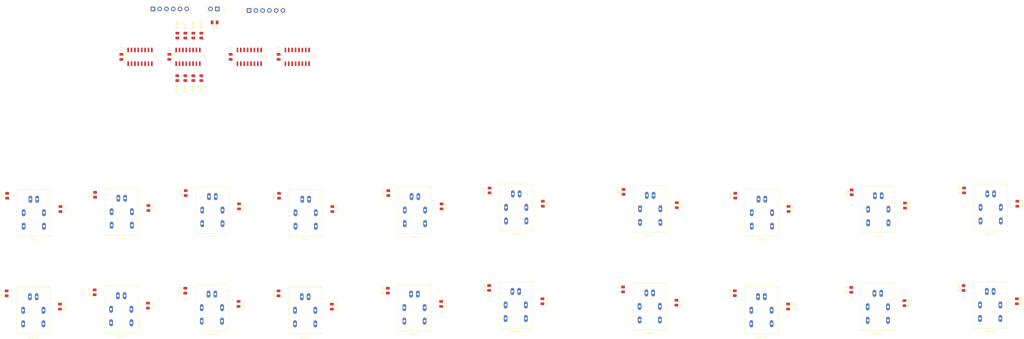
<source format=kicad_pcb>
(kicad_pcb (version 20240108) (generator "pcbnew") (generator_version "8.0")
  (layers (0 "F.Cu" signal) (31 "B.Cu" signal) (34 "B.Paste" user) (35 "F.Paste" user) (36 "B.SilkS" user "B.Silkscreen") (37 "F.SilkS" user "F.Silkscreen") (38 "B.Mask" user) (39 "F.Mask" user) (44 "Edge.Cuts" user))
  (net 0 "")
  (net 1 "+3.3V")
  (net 2 "GND")
  (net 3 "Net-(D1-A)")
  (net 4 "/Matrix/SW_C0")
  (net 5 "/Matrix/SW_C1")
  (net 6 "/Matrix/SW_C2")
  (net 7 "/Matrix/SW_C3")
  (net 8 "/Matrix/SW_C4")
  (net 9 "/Matrix/SW_C5")
  (net 10 "/Matrix/SW_C6")
  (net 11 "/Matrix/SW_C7")
  (net 12 "/SW_R_RCLK")
  (net 13 "/SW_C_SER")
  (net 14 "/SW_R_SER")
  (net 15 "/SW_R_SRCLK")
  (net 16 "/SW_C_nPL")
  (net 17 "/SW_C_CLK")
  (net 18 "/LED_R_SER")
  (net 19 "/LED_R_SRCLK")
  (net 20 "/LED_C_SER")
  (net 21 "/LED_C_RCLK")
  (net 22 "/LED_C_SRCLK")
  (net 23 "/LED_R_RCLK")
  (net 24 "Net-(R1-Pad1)")
  (net 25 "/Matrix/LED_R0")
  (net 26 "/Matrix/LED_R1")
  (net 27 "/Matrix/LED_R2")
  (net 28 "/Matrix/SW_R0")
  (net 29 "/Matrix/LED_C0")
  (net 31 "/Matrix/SW_R1")
  (net 32 "/Matrix/SW_R2")
  (net 33 "/Matrix/LED_C1")
  (net 34 "/Matrix/LED_C2")
  (net 35 "/Matrix/LED_C3")
  (net 36 "/Matrix/LED_C4")
  (net 37 "/Matrix/LED_C5")
  (net 38 "/Matrix/LED_C6")
  (net 39 "/Matrix/LED_C7")
  (net 55 "Net-(D2-A)")
  (net 56 "Net-(D3-A)")
  (net 57 "Net-(D4-A)")
  (net 58 "Net-(D5-A)")
  (net 59 "Net-(D6-A)")
  (net 60 "Net-(D7-A)")
  (net 61 "Net-(D8-A)")
  (net 62 "Net-(D9-A)")
  (net 63 "Net-(D10-A)")
  (net 64 "Net-(D11-A)")
  (net 65 "Net-(D12-A)")
  (net 66 "Net-(D13-A)")
  (net 67 "Net-(D14-A)")
  (net 68 "Net-(D15-A)")
  (net 69 "Net-(D16-A)")
  (net 70 "Net-(D17-A)")
  (net 71 "Net-(D18-A)")
  (net 72 "Net-(D19-A)")
  (net 73 "Net-(D20-A)")
  (net 74 "Net-(R2-Pad1)")
  (net 75 "Net-(R3-Pad1)")
  (net 76 "Net-(R4-Pad1)")
  (net 77 "Net-(R5-Pad1)")
  (net 78 "Net-(R6-Pad1)")
  (net 79 "Net-(R7-Pad1)")
  (net 80 "Net-(R8-Pad1)")
  (net 81 "Net-(R9-Pad1)")
  (net 82 "Net-(R10-Pad1)")
  (net 83 "Net-(R11-Pad1)")
  (net 84 "Net-(R12-Pad1)")
  (net 85 "Net-(R13-Pad1)")
  (net 86 "Net-(R14-Pad1)")
  (net 87 "Net-(R15-Pad1)")
  (net 88 "Net-(R16-Pad1)")
  (net 89 "Net-(R17-Pad1)")
  (net 90 "Net-(R18-Pad1)")
  (net 91 "Net-(R19-Pad1)")
  (net 92 "Net-(R20-Pad1)")
  (footprint "Diode_SMD:D_0805_2012Metric" (layer "F.Cu") (at 43.971191 126.45909 -90)
    (property "Reference" "D12" (at 0 -1.65 90) (layer "F.SilkS"))
    (property "Value" "D")
    (pad "1" smd roundrect (at -0.9375 0 270) (size 0.975 1.4) (layers "F.Cu" "F.Paste" "F.Mask") (net 7 "/Matrix/SW_C3"))
    (pad "2" smd roundrect (at 0.9375 0 270) (size 0.975 1.4) (layers "F.Cu" "F.Paste" "F.Mask") (net 65 "Net-(D12-A)"))
  )
  (footprint "Resistor_SMD:R_0805_2012Metric" (layer "F.Cu") (at 307.81 120.54 90)
    (property "Reference" "R19" (at 0 -1.65 90) (layer "F.SilkS"))
    (property "Value" "62")
    (pad "1" smd roundrect (at -0.9125 0 90) (size 1.025 1.4) (layers "F.Cu" "F.Paste" "F.Mask") (roundrect_rratio 0.243902) (net 91 "Net-(R19-Pad1)"))
    (pad "2" smd roundrect (at 0.9125 0 90) (size 1.025 1.4) (layers "F.Cu" "F.Paste" "F.Mask") (roundrect_rratio 0.243902) (net 27 "/Matrix/LED_R2"))
  )
  (footprint "Console:Digitast" (layer "F.Cu") (at 34.149763 91.185514)
    (property "Reference" "SW2" (at 0 10 0) (layer "F.SilkS") (effects (font (thickness 0.1))))
    (property "Value" "~")
    (pad "" np_thru_hole circle (at -3.81 7.62) (size 1.1176 1.1176) (drill 1.1176) (layers "F&B.Cu" "*.Mask"))
    (pad "" np_thru_hole circle (at 3.81 -7.62) (size 1.1176 1.1176) (drill 1.1176) (layers "F&B.Cu" "*.Mask"))
    (pad "+" thru_hole oval (at -1.27 -5.08 90) (size 2.6416 1.3208) (drill 0.8128) (layers "*.Cu" "*.Mask") (net 74 "Net-(R2-Pad1)"))
    (pad "-" thru_hole oval (at 1.27 -5.08 90) (size 2.6416 1.3208) (drill 0.8128) (layers "*.Cu" "*.Mask") (net 33 "/Matrix/LED_C1"))
    (pad "0" thru_hole oval (at -3.81 0 90) (size 2.6416 1.3208) (drill 0.8128) (layers "*.Cu" "*.Mask") (net 55 "Net-(D2-A)"))
    (pad "0" thru_hole oval (at 3.81 0 90) (size 2.6416 1.3208) (drill 0.8128) (layers "*.Cu" "*.Mask") (net 55 "Net-(D2-A)"))
    (pad "1" thru_hole oval (at -3.81 5.08 90) (size 2.6416 1.3208) (drill 0.8128) (layers "*.Cu" "*.Mask") (net 28 "/Matrix/SW_R0"))
    (pad "2" thru_hole oval (at 3.81 5.08 90) (size 2.6416 1.3208) (drill 0.8128) (layers "*.Cu" "*.Mask"))
  )
  (footprint "Console:Digitast" (layer "F.Cu") (at 317.81 126.92)
    (property "Reference" "SW19" (at 0 10 0) (layer "F.SilkS") (effects (font (thickness 0.1))))
    (property "Value" "~")
    (pad "" np_thru_hole circle (at -3.81 7.62) (size 1.1176 1.1176) (drill 1.1176) (layers "F&B.Cu" "*.Mask"))
    (pad "" np_thru_hole circle (at 3.81 -7.62) (size 1.1176 1.1176) (drill 1.1176) (layers "F&B.Cu" "*.Mask"))
    (pad "+" thru_hole oval (at -1.27 -5.08 90) (size 2.6416 1.3208) (drill 0.8128) (layers "*.Cu" "*.Mask") (net 91 "Net-(R19-Pad1)"))
    (pad "-" thru_hole oval (at 1.27 -5.08 90) (size 2.6416 1.3208) (drill 0.8128) (layers "*.Cu" "*.Mask") (net 34 "/Matrix/LED_C2"))
    (pad "0" thru_hole oval (at -3.81 0 90) (size 2.6416 1.3208) (drill 0.8128) (layers "*.Cu" "*.Mask") (net 72 "Net-(D19-A)"))
    (pad "0" thru_hole oval (at 3.81 0 90) (size 2.6416 1.3208) (drill 0.8128) (layers "*.Cu" "*.Mask") (net 72 "Net-(D19-A)"))
    (pad "1" thru_hole oval (at -3.81 5.08 90) (size 2.6416 1.3208) (drill 0.8128) (layers "*.Cu" "*.Mask") (net 32 "/Matrix/SW_R2"))
    (pad "2" thru_hole oval (at 3.81 5.08 90) (size 2.6416 1.3208) (drill 0.8128) (layers "*.Cu" "*.Mask"))
  )
  (footprint "Diode_SMD:D_0805_2012Metric" (layer "F.Cu") (at 77.971191 125.83909 -90)
    (property "Reference" "D13" (at 0 -1.65 90) (layer "F.SilkS"))
    (property "Value" "D")
    (pad "1" smd roundrect (at -0.9375 0 270) (size 0.975 1.4) (layers "F.Cu" "F.Paste" "F.Mask") (net 8 "/Matrix/SW_C4"))
    (pad "2" smd roundrect (at 0.9375 0 270) (size 0.975 1.4) (layers "F.Cu" "F.Paste" "F.Mask") (net 66 "Net-(D13-A)"))
  )
  (footprint "Connector_PinHeader_2.54mm:PinHeader_1x06_P2.54mm_Vertical" (layer "F.Cu") (at 81.92 15.575 90)
    (property "Reference" "J2" (at 0 -2.33 90) (layer "F.SilkS"))
    (property "Value" "LEDs")
    (pad "1" thru_hole rect (at 0 0 90) (size 1.7 1.7) (drill 1) (layers "*.Cu" "*.Mask") (net 18 "/LED_R_SER"))
    (pad "2" thru_hole oval (at 0 2.54 90) (size 1.7 1.7) (drill 1) (layers "*.Cu" "*.Mask") (net 23 "/LED_R_RCLK"))
    (pad "3" thru_hole oval (at 0 5.08 90) (size 1.7 1.7) (drill 1) (layers "*.Cu" "*.Mask") (net 19 "/LED_R_SRCLK"))
    (pad "4" thru_hole oval (at 0 7.62 90) (size 1.7 1.7) (drill 1) (layers "*.Cu" "*.Mask") (net 20 "/LED_C_SER"))
    (pad "5" thru_hole oval (at 0 10.16 90) (size 1.7 1.7) (drill 1) (layers "*.Cu" "*.Mask") (net 21 "/LED_C_RCLK"))
    (pad "6" thru_hole oval (at 0 12.7 90) (size 1.7 1.7) (drill 1) (layers "*.Cu" "*.Mask") (net 22 "/LED_C_SRCLK"))
  )
  (footprint "Resistor_SMD:R_0805_2012Metric" (layer "F.Cu") (at 58 25 -90)
    (property "Reference" "R27" (at -4 0 90) (layer "F.SilkS"))
    (property "Value" "10k")
    (pad "1" smd roundrect (at -0.9125 0 270) (size 1.025 1.4) (layers "F.Cu" "F.Paste" "F.Mask") (roundrect_rratio 0.243902) (net 2 "GND"))
    (pad "2" smd roundrect (at 0.9125 0 270) (size 1.025 1.4) (layers "F.Cu" "F.Paste" "F.Mask") (roundrect_rratio 0.243902) (net 6 "/Matrix/SW_C2"))
  )
  (footprint "Resistor_SMD:R_0805_2012Metric" (layer "F.Cu") (at 222.40818 83.728235 90)
    (property "Reference" "R7" (at 0 -1.65 90) (layer "F.SilkS"))
    (property "Value" "62")
    (pad "1" smd roundrect (at -0.9125 0 90) (size 1.025 1.4) (layers "F.Cu" "F.Paste" "F.Mask") (roundrect_rratio 0.243902) (net 79 "Net-(R7-Pad1)"))
    (pad "2" smd roundrect (at 0.9125 0 90) (size 1.025 1.4) (layers "F.Cu" "F.Paste" "F.Mask") (roundrect_rratio 0.243902) (net 25 "/Matrix/LED_R0"))
  )
  (footprint "Capacitor_SMD:C_0805_2012Metric" (layer "F.Cu") (at 69 20.05 180)
    (property "Reference" "C5" (at 0 -1.68 360) (layer "F.SilkS"))
    (property "Value" "4.7u")
    (pad "1" smd roundrect (at -0.95 0 180) (size 1 1.45) (layers "F.Cu" "F.Paste" "F.Mask") (net 1 "+3.3V"))
    (pad "2" smd roundrect (at 0.95 0 180) (size 1 1.45) (layers "F.Cu" "F.Paste" "F.Mask") (net 2 "GND"))
  )
  (footprint "Console:Digitast" (layer "F.Cu") (at 0.971191 128.21909)
    (property "Reference" "SW11" (at 0 10 0) (layer "F.SilkS") (effects (font (thickness 0.1))))
    (property "Value" "~")
    (pad "" np_thru_hole circle (at -3.81 7.62) (size 1.1176 1.1176) (drill 1.1176) (layers "F&B.Cu" "*.Mask"))
    (pad "" np_thru_hole circle (at 3.81 -7.62) (size 1.1176 1.1176) (drill 1.1176) (layers "F&B.Cu" "*.Mask"))
    (pad "+" thru_hole oval (at -1.27 -5.08 90) (size 2.6416 1.3208) (drill 0.8128) (layers "*.Cu" "*.Mask") (net 83 "Net-(R11-Pad1)"))
    (pad "-" thru_hole oval (at 1.27 -5.08 90) (size 2.6416 1.3208) (drill 0.8128) (layers "*.Cu" "*.Mask") (net 34 "/Matrix/LED_C2"))
    (pad "0" thru_hole oval (at -3.81 0 90) (size 2.6416 1.3208) (drill 0.8128) (layers "*.Cu" "*.Mask") (net 64 "Net-(D11-A)"))
    (pad "0" thru_hole oval (at 3.81 0 90) (size 2.6416 1.3208) (drill 0.8128) (layers "*.Cu" "*.Mask") (net 64 "Net-(D11-A)"))
    (pad "1" thru_hole oval (at -3.81 5.08 90) (size 2.6416 1.3208) (drill 0.8128) (layers "*.Cu" "*.Mask") (net 31 "/Matrix/SW_R1"))
    (pad "2" thru_hole oval (at 3.81 5.08 90) (size 2.6416 1.3208) (drill 0.8128) (layers "*.Cu" "*.Mask"))
  )
  (footprint "Resistor_SMD:R_0805_2012Metric" (layer "F.Cu") (at -8.850237 85.185514 90)
    (property "Reference" "R1" (at 0 -1.65 90) (layer "F.SilkS"))
    (property "Value" "62")
    (pad "1" smd roundrect (at -0.9125 0 90) (size 1.025 1.4) (layers "F.Cu" "F.Paste" "F.Mask") (roundrect_rratio 0.243902) (net 24 "Net-(R1-Pad1)"))
    (pad "2" smd roundrect (at 0.9125 0 90) (size 1.025 1.4) (layers "F.Cu" "F.Paste" "F.Mask") (roundrect_rratio 0.243902) (net 25 "/Matrix/LED_R0"))
  )
  (footprint "Console:Digitast" (layer "F.Cu") (at 232.40818 90.108235)
    (property "Reference" "SW7" (at 0 10 0) (layer "F.SilkS") (effects (font (thickness 0.1))))
    (property "Value" "~")
    (pad "" np_thru_hole circle (at -3.81 7.62) (size 1.1176 1.1176) (drill 1.1176) (layers "F&B.Cu" "*.Mask"))
    (pad "" np_thru_hole circle (at 3.81 -7.62) (size 1.1176 1.1176) (drill 1.1176) (layers "F&B.Cu" "*.Mask"))
    (pad "+" thru_hole oval (at -1.27 -5.08 90) (size 2.6416 1.3208) (drill 0.8128) (layers "*.Cu" "*.Mask") (net 79 "Net-(R7-Pad1)"))
    (pad "-" thru_hole oval (at 1.27 -5.08 90) (size 2.6416 1.3208) (drill 0.8128) (layers "*.Cu" "*.Mask") (net 38 "/Matrix/LED_C6"))
    (pad "0" thru_hole oval (at -3.81 0 90) (size 2.6416 1.3208) (drill 0.8128) (layers "*.Cu" "*.Mask") (net 60 "Net-(D7-A)"))
    (pad "0" thru_hole oval (at 3.81 0 90) (size 2.6416 1.3208) (drill 0.8128) (layers "*.Cu" "*.Mask") (net 60 "Net-(D7-A)"))
    (pad "1" thru_hole oval (at -3.81 5.08 90) (size 2.6416 1.3208) (drill 0.8128) (layers "*.Cu" "*.Mask") (net 28 "/Matrix/SW_R0"))
    (pad "2" thru_hole oval (at 3.81 5.08 90) (size 2.6416 1.3208) (drill 0.8128) (layers "*.Cu" "*.Mask"))
  )
  (footprint "Console:Digitast" (layer "F.Cu") (at 181.971191 126.21909)
    (property "Reference" "SW16" (at 0 10 0) (layer "F.SilkS") (effects (font (thickness 0.1))))
    (property "Value" "~")
    (pad "" np_thru_hole circle (at -3.81 7.62) (size 1.1176 1.1176) (drill 1.1176) (layers "F&B.Cu" "*.Mask"))
    (pad "" np_thru_hole circle (at 3.81 -7.62) (size 1.1176 1.1176) (drill 1.1176) (layers "F&B.Cu" "*.Mask"))
    (pad "+" thru_hole oval (at -1.27 -5.08 90) (size 2.6416 1.3208) (drill 0.8128) (layers "*.Cu" "*.Mask") (net 88 "Net-(R16-Pad1)"))
    (pad "-" thru_hole oval (at 1.27 -5.08 90) (size 2.6416 1.3208) (drill 0.8128) (layers "*.Cu" "*.Mask") (net 39 "/Matrix/LED_C7"))
    (pad "0" thru_hole oval (at -3.81 0 90) (size 2.6416 1.3208) (drill 0.8128) (layers "*.Cu" "*.Mask") (net 69 "Net-(D16-A)"))
    (pad "0" thru_hole oval (at 3.81 0 90) (size 2.6416 1.3208) (drill 0.8128) (layers "*.Cu" "*.Mask") (net 69 "Net-(D16-A)"))
    (pad "1" thru_hole oval (at -3.81 5.08 90) (size 2.6416 1.3208) (drill 0.8128) (layers "*.Cu" "*.Mask") (net 31 "/Matrix/SW_R1"))
    (pad "2" thru_hole oval (at 3.81 5.08 90) (size 2.6416 1.3208) (drill 0.8128) (layers "*.Cu" "*.Mask"))
  )
  (footprint "Diode_SMD:D_0805_2012Metric" (layer "F.Cu") (at 370.149763 88.185514 -90)
    (property "Reference" "D10" (at 0 -1.65 90) (layer "F.SilkS"))
    (property "Value" "D")
    (pad "1" smd roundrect (at -0.9375 0 270) (size 0.975 1.4) (layers "F.Cu" "F.Paste" "F.Mask") (net 5 "/Matrix/SW_C1"))
    (pad "2" smd roundrect (at 0.9375 0 270) (size 0.975 1.4) (layers "F.Cu" "F.Paste" "F.Mask") (net 63 "Net-(D10-A)"))
  )
  (footprint "Resistor_SMD:R_0805_2012Metric" (layer "F.Cu") (at 264.328335 85.151938 90)
    (property "Reference" "R8" (at 0 -1.65 90) (layer "F.SilkS"))
    (property "Value" "62")
    (pad "1" smd roundrect (at -0.9125 0 90) (size 1.025 1.4) (layers "F.Cu" "F.Paste" "F.Mask") (roundrect_rratio 0.243902) (net 80 "Net-(R8-Pad1)"))
    (pad "2" smd roundrect (at 0.9125 0 90) (size 1.025 1.4) (layers "F.Cu" "F.Paste" "F.Mask") (roundrect_rratio 0.243902) (net 25 "/Matrix/LED_R0"))
  )
  (footprint "Connector_PinHeader_2.54mm:PinHeader_1x02_P2.54mm_Vertical" (layer "F.Cu") (at 70 15 -90)
    (property "Reference" "J3" (at 0 -2.33 90) (layer "F.SilkS"))
    (property "Value" "Power")
    (pad "1" thru_hole rect (at 0 0 270) (size 1.7 1.7) (drill 1) (layers "*.Cu" "*.Mask") (net 1 "+3.3V"))
    (pad "2" thru_hole oval (at 0 2.54 270) (size 1.7 1.7) (drill 1) (layers "*.Cu" "*.Mask") (net 2 "GND"))
  )
  (footprint "Resistor_SMD:R_0805_2012Metric" (layer "F.Cu") (at 23.971191 121.45909 90)
    (property "Reference" "R12" (at 0 -1.65 90) (layer "F.SilkS"))
    (property "Value" "62")
    (pad "1" smd roundrect (at -0.9125 0 90) (size 1.025 1.4) (layers "F.Cu" "F.Paste" "F.Mask") (roundrect_rratio 0.243902) (net 84 "Net-(R12-Pad1)"))
    (pad "2" smd roundrect (at 0.9125 0 90) (size 1.025 1.4) (layers "F.Cu" "F.Paste" "F.Mask") (roundrect_rratio 0.243902) (net 26 "/Matrix/LED_R1"))
  )
  (footprint "Package_SO:SO-16_3.9x9.9mm_P1.27mm" (layer "F.Cu") (at 59 33 90)
    (property "Reference" "U4" (at 0 6 90) (layer "F.SilkS"))
    (property "Value" "74HC165")
    (pad "1" smd roundrect (at -2.575 -4.445 90) (size 1.75 0.6) (layers "F.Cu" "F.Paste" "F.Mask") (net 16 "/SW_C_nPL"))
    (pad "2" smd roundrect (at -2.575 -3.175 90) (size 1.75 0.6) (layers "F.Cu" "F.Paste" "F.Mask") (net 17 "/SW_C_CLK"))
    (pad "3" smd roundrect (at -2.575 -1.905 90) (size 1.75 0.6) (layers "F.Cu" "F.Paste" "F.Mask") (net 8 "/Matrix/SW_C4"))
    (pad "4" smd roundrect (at -2.575 -0.635 90) (size 1.75 0.6) (layers "F.Cu" "F.Paste" "F.Mask") (net 9 "/Matrix/SW_C5"))
    (pad "5" smd roundrect (at -2.575 0.635 90) (size 1.75 0.6) (layers "F.Cu" "F.Paste" "F.Mask") (net 10 "/Matrix/SW_C6"))
    (pad "6" smd roundrect (at -2.575 1.905 90) (size 1.75 0.6) (layers "F.Cu" "F.Paste" "F.Mask") (net 11 "/Matrix/SW_C7"))
    (pad "7" smd roundrect (at -2.575 3.175 90) (size 1.75 0.6) (layers "F.Cu" "F.Paste" "F.Mask"))
    (pad "8" smd roundrect (at -2.575 4.445 90) (size 1.75 0.6) (layers "F.Cu" "F.Paste" "F.Mask") (net 2 "GND"))
    (pad "9" smd roundrect (at 2.575 4.445 90) (size 1.75 0.6) (layers "F.Cu" "F.Paste" "F.Mask") (net 13 "/SW_C_SER"))
    (pad "10" smd roundrect (at 2.575 3.175 90) (size 1.75 0.6) (layers "F.Cu" "F.Paste" "F.Mask"))
    (pad "11" smd roundrect (at 2.575 1.905 90) (size 1.75 0.6) (layers "F.Cu" "F.Paste" "F.Mask") (net 4 "/Matrix/SW_C0"))
    (pad "12" smd roundrect (at 2.575 0.635 90) (size 1.75 0.6) (layers "F.Cu" "F.Paste" "F.Mask") (net 5 "/Matrix/SW_C1"))
    (pad "13" smd roundrect (at 2.575 -0.635 90) (size 1.75 0.6) (layers "F.Cu" "F.Paste" "F.Mask") (net 6 "/Matrix/SW_C2"))
    (pad "14" smd roundrect (at 2.575 -1.905 90) (size 1.75 0.6) (layers "F.Cu" "F.Paste" "F.Mask") (net 7 "/Matrix/SW_C3"))
    (pad "15" smd roundrect (at 2.575 -3.175 90) (size 1.75 0.6) (layers "F.Cu" "F.Paste" "F.Mask") (net 2 "GND"))
    (pad "16" smd roundrect (at 2.575 -4.445 90) (size 1.75 0.6) (layers "F.Cu" "F.Paste" "F.Mask") (net 1 "+3.3V"))
  )
  (footprint "Diode_SMD:D_0805_2012Metric" (layer "F.Cu") (at 44.149763 89.805514 -90)
    (property "Reference" "D2" (at 0 -1.65 90) (layer "F.SilkS"))
    (property "Value" "D")
    (pad "1" smd roundrect (at -0.9375 0 270) (size 0.975 1.4) (layers "F.Cu" "F.Paste" "F.Mask") (net 5 "/Matrix/SW_C1"))
    (pad "2" smd roundrect (at 0.9375 0 270) (size 0.975 1.4) (layers "F.Cu" "F.Paste" "F.Mask") (net 55 "Net-(D2-A)"))
  )
  (footprint "Resistor_SMD:R_0805_2012Metric" (layer "F.Cu") (at 64 25 -90)
    (property "Reference" "R25" (at -4 0 90) (layer "F.SilkS"))
    (property "Value" "10k")
    (pad "1" smd roundrect (at -0.9125 0 270) (size 1.025 1.4) (layers "F.Cu" "F.Paste" "F.Mask") (roundrect_rratio 0.243902) (net 2 "GND"))
    (pad "2" smd roundrect (at 0.9125 0 270) (size 1.025 1.4) (layers "F.Cu" "F.Paste" "F.Mask") (roundrect_rratio 0.243902) (net 4 "/Matrix/SW_C0"))
  )
  (footprint "Diode_SMD:D_0805_2012Metric" (layer "F.Cu") (at 242.40818 88.728235 -90)
    (property "Reference" "D7" (at 0 -1.65 90) (layer "F.SilkS"))
    (property "Value" "D")
    (pad "1" smd roundrect (at -0.9375 0 270) (size 0.975 1.4) (layers "F.Cu" "F.Paste" "F.Mask") (net 10 "/Matrix/SW_C6"))
    (pad "2" smd roundrect (at 0.9375 0 270) (size 0.975 1.4) (layers "F.Cu" "F.Paste" "F.Mask") (net 60 "Net-(D7-A)"))
  )
  (footprint "Console:Digitast" (layer "F.Cu") (at 103.149763 91.565514)
    (property "Reference" "SW4" (at 0 10 0) (layer "F.SilkS") (effects (font (thickness 0.1))))
    (property "Value" "~")
    (pad "" np_thru_hole circle (at -3.81 7.62) (size 1.1176 1.1176) (drill 1.1176) (layers "F&B.Cu" "*.Mask"))
    (pad "" np_thru_hole circle (at 3.81 -7.62) (size 1.1176 1.1176) (drill 1.1176) (layers "F&B.Cu" "*.Mask"))
    (pad "+" thru_hole oval (at -1.27 -5.08 90) (size 2.6416 1.3208) (drill 0.8128) (layers "*.Cu" "*.Mask") (net 76 "Net-(R4-Pad1)"))
    (pad "-" thru_hole oval (at 1.27 -5.08 90) (size 2.6416 1.3208) (drill 0.8128) (layers "*.Cu" "*.Mask") (net 35 "/Matrix/LED_C3"))
    (pad "0" thru_hole oval (at -3.81 0 90) (size 2.6416 1.3208) (drill 0.8128) (layers "*.Cu" "*.Mask") (net 57 "Net-(D4-A)"))
    (pad "0" thru_hole oval (at 3.81 0 90) (size 2.6416 1.3208) (drill 0.8128) (layers "*.Cu" "*.Mask") (net 57 "Net-(D4-A)"))
    (pad "1" thru_hole oval (at -3.81 5.08 90) (size 2.6416 1.3208) (drill 0.8128) (layers "*.Cu" "*.Mask") (net 28 "/Matrix/SW_R0"))
    (pad "2" thru_hole oval (at 3.81 5.08 90) (size 2.6416 1.3208) (drill 0.8128) (layers "*.Cu" "*.Mask"))
  )
  (footprint "Diode_SMD:D_0805_2012Metric" (layer "F.Cu") (at 191.971191 124.83909 -90)
    (property "Reference" "D16" (at 0 -1.65 90) (layer "F.SilkS"))
    (property "Value" "D")
    (pad "1" smd roundrect (at -0.9375 0 270) (size 0.975 1.4) (layers "F.Cu" "F.Paste" "F.Mask") (net 11 "/Matrix/SW_C7"))
    (pad "2" smd roundrect (at 0.9375 0 270) (size 0.975 1.4) (layers "F.Cu" "F.Paste" "F.Mask") (net 69 "Net-(D16-A)"))
  )
  (footprint "Console:Digitast" (layer "F.Cu") (at 182.149763 89.565514)
    (property "Reference" "SW6" (at 0 10 0) (layer "F.SilkS") (effects (font (thickness 0.1))))
    (property "Value" "~")
    (pad "" np_thru_hole circle (at -3.81 7.62) (size 1.1176 1.1176) (drill 1.1176) (layers "F&B.Cu" "*.Mask"))
    (pad "" np_thru_hole circle (at 3.81 -7.62) (size 1.1176 1.1176) (drill 1.1176) (layers "F&B.Cu" "*.Mask"))
    (pad "+" thru_hole oval (at -1.27 -5.08 90) (size 2.6416 1.3208) (drill 0.8128) (layers "*.Cu" "*.Mask") (net 78 "Net-(R6-Pad1)"))
    (pad "-" thru_hole oval (at 1.27 -5.08 90) (size 2.6416 1.3208) (drill 0.8128) (layers "*.Cu" "*.Mask") (net 37 "/Matrix/LED_C5"))
    (pad "0" thru_hole oval (at -3.81 0 90) (size 2.6416 1.3208) (drill 0.8128) (layers "*.Cu" "*.Mask") (net 59 "Net-(D6-A)"))
    (pad "0" thru_hole oval (at 3.81 0 90) (size 2.6416 1.3208) (drill 0.8128) (layers "*.Cu" "*.Mask") (net 59 "Net-(D6-A)"))
    (pad "1" thru_hole oval (at -3.81 5.08 90) (size 2.6416 1.3208) (drill 0.8128) (layers "*.Cu" "*.Mask") (net 28 "/Matrix/SW_R0"))
    (pad "2" thru_hole oval (at 3.81 5.08 90) (size 2.6416 1.3208) (drill 0.8128) (layers "*.Cu" "*.Mask"))
  )
  (footprint "Console:Digitast" (layer "F.Cu") (at 274.328335 91.531938)
    (property "Reference" "SW8" (at 0 10 0) (layer "F.SilkS") (effects (font (thickness 0.1))))
    (property "Value" "~")
    (pad "" np_thru_hole circle (at -3.81 7.62) (size 1.1176 1.1176) (drill 1.1176) (layers "F&B.Cu" "*.Mask"))
    (pad "" np_thru_hole circle (at 3.81 -7.62) (size 1.1176 1.1176) (drill 1.1176) (layers "F&B.Cu" "*.Mask"))
    (pad "+" thru_hole oval (at -1.27 -5.08 90) (size 2.6416 1.3208) (drill 0.8128) (layers "*.Cu" "*.Mask") (net 80 "Net-(R8-Pad1)"))
    (pad "-" thru_hole oval (at 1.27 -5.08 90) (size 2.6416 1.3208) (drill 0.8128) (layers "*.Cu" "*.Mask") (net 39 "/Matrix/LED_C7"))
    (pad "0" thru_hole oval (at -3.81 0 90) (size 2.6416 1.3208) (drill 0.8128) (layers "*.Cu" "*.Mask") (net 61 "Net-(D8-A)"))
    (pad "0" thru_hole oval (at 3.81 0 90) (size 2.6416 1.3208) (drill 0.8128) (layers "*.Cu" "*.Mask") (net 61 "Net-(D8-A)"))
    (pad "1" thru_hole oval (at -3.81 5.08 90) (size 2.6416 1.3208) (drill 0.8128) (layers "*.Cu" "*.Mask") (net 28 "/Matrix/SW_R0"))
    (pad "2" thru_hole oval (at 3.81 5.08 90) (size 2.6416 1.3208) (drill 0.8128) (layers "*.Cu" "*.Mask"))
  )
  (footprint "Resistor_SMD:R_0805_2012Metric" (layer "F.Cu") (at 222.229608 120.381811 90)
    (property "Reference" "R17" (at 0 -1.65 90) (layer "F.SilkS"))
    (property "Value" "62")
    (pad "1" smd roundrect (at -0.9125 0 90) (size 1.025 1.4) (layers "F.Cu" "F.Paste" "F.Mask") (roundrect_rratio 0.243902) (net 89 "Net-(R17-Pad1)"))
    (pad "2" smd roundrect (at 0.9125 0 90) (size 1.025 1.4) (layers "F.Cu" "F.Paste" "F.Mask") (roundrect_rratio 0.243902) (net 27 "/Matrix/LED_R2"))
  )
  (footprint "Capacitor_SMD:C_0805_2012Metric" (layer "F.Cu") (at 75 33 -90)
    (property "Reference" "C2" (at -3 0 90) (layer "F.SilkS"))
    (property "Value" "100n")
    (pad "1" smd roundrect (at -0.95 0 270) (size 1 1.45) (layers "F.Cu" "F.Paste" "F.Mask") (net 1 "+3.3V"))
    (pad "2" smd roundrect (at 0.95 0 270) (size 1 1.45) (layers "F.Cu" "F.Paste" "F.Mask") (net 2 "GND"))
  )
  (footprint "Console:Digitast" (layer "F.Cu") (at 360.149763 89.565514)
    (property "Reference" "SW10" (at 0 10 0) (layer "F.SilkS") (effects (font (thickness 0.1))))
    (property "Value" "~")
    (pad "" np_thru_hole circle (at -3.81 7.62) (size 1.1176 1.1176) (drill 1.1176) (layers "F&B.Cu" "*.Mask"))
    (pad "" np_thru_hole circle (at 3.81 -7.62) (size 1.1176 1.1176) (drill 1.1176) (layers "F&B.Cu" "*.Mask"))
    (pad "+" thru_hole oval (at -1.27 -5.08 90) (size 2.6416 1.3208) (drill 0.8128) (layers "*.Cu" "*.Mask") (net 82 "Net-(R10-Pad1)"))
    (pad "-" thru_hole oval (at 1.27 -5.08 90) (size 2.6416 1.3208) (drill 0.8128) (layers "*.Cu" "*.Mask") (net 33 "/Matrix/LED_C1"))
    (pad "0" thru_hole oval (at -3.81 0 90) (size 2.6416 1.3208) (drill 0.8128) (layers "*.Cu" "*.Mask") (net 63 "Net-(D10-A)"))
    (pad "0" thru_hole oval (at 3.81 0 90) (size 2.6416 1.3208) (drill 0.8128) (layers "*.Cu" "*.Mask") (net 63 "Net-(D10-A)"))
    (pad "1" thru_hole oval (at -3.81 5.08 90) (size 2.6416 1.3208) (drill 0.8128) (layers "*.Cu" "*.Mask") (net 31 "/Matrix/SW_R1"))
    (pad "2" thru_hole oval (at 3.81 5.08 90) (size 2.6416 1.3208) (drill 0.8128) (layers "*.Cu" "*.Mask"))
  )
  (footprint "Console:Digitast" (layer "F.Cu") (at 232.229608 126.761811)
    (property "Reference" "SW17" (at 0 10 0) (layer "F.SilkS") (effects (font (thickness 0.1))))
    (property "Value" "~")
    (pad "" np_thru_hole circle (at -3.81 7.62) (size 1.1176 1.1176) (drill 1.1176) (layers "F&B.Cu" "*.Mask"))
    (pad "" np_thru_hole circle (at 3.81 -7.62) (size 1.1176 1.1176) (drill 1.1176) (layers "F&B.Cu" "*.Mask"))
    (pad "+" thru_hole oval (at -1.27 -5.08 90) (size 2.6416 1.3208) (drill 0.8128) (layers "*.Cu" "*.Mask") (net 89 "Net-(R17-Pad1)"))
    (pad "-" thru_hole oval (at 1.27 -5.08 90) (size 2.6416 1.3208) (drill 0.8128) (layers "*.Cu" "*.Mask") (net 29 "/Matrix/LED_C0"))
    (pad "0" thru_hole oval (at -3.81 0 90) (size 2.6416 1.3208) (drill 0.8128) (layers "*.Cu" "*.Mask") (net 70 "Net-(D17-A)"))
    (pad "0" thru_hole oval (at 3.81 0 90) (size 2.6416 1.3208) (drill 0.8128) (layers "*.Cu" "*.Mask") (net 70 "Net-(D17-A)"))
    (pad "1" thru_hole oval (at -3.81 5.08 90) (size 2.6416 1.3208) (drill 0.8128) (layers "*.Cu" "*.Mask") (net 32 "/Matrix/SW_R2"))
    (pad "2" thru_hole oval (at 3.81 5.08 90) (size 2.6416 1.3208) (drill 0.8128) (layers "*.Cu" "*.Mask"))
  )
  (footprint "Resistor_SMD:R_0805_2012Metric" (layer "F.Cu") (at 57.971191 120.83909 90)
    (property "Reference" "R13" (at 0 -1.65 90) (layer "F.SilkS"))
    (property "Value" "62")
    (pad "1" smd roundrect (at -0.9125 0 90) (size 1.025 1.4) (layers "F.Cu" "F.Paste" "F.Mask") (roundrect_rratio 0.243902) (net 85 "Net-(R13-Pad1)"))
    (pad "2" smd roundrect (at 0.9125 0 90) (size 1.025 1.4) (layers "F.Cu" "F.Paste" "F.Mask") (roundrect_rratio 0.243902) (net 26 "/Matrix/LED_R1"))
  )
  (footprint "Resistor_SMD:R_0805_2012Metric" (layer "F.Cu") (at 64 41 90)
    (property "Reference" "R32" (at -4 0 90) (layer "F.SilkS"))
    (property "Value" "10k")
    (pad "1" smd roundrect (at -0.9125 0 90) (size 1.025 1.4) (layers "F.Cu" "F.Paste" "F.Mask") (roundrect_rratio 0.243902) (net 2 "GND"))
    (pad "2" smd roundrect (at 0.9125 0 90) (size 1.025 1.4) (layers "F.Cu" "F.Paste" "F.Mask") (roundrect_rratio 0.243902) (net 11 "/Matrix/SW_C7"))
  )
  (footprint "Diode_SMD:D_0805_2012Metric" (layer "F.Cu") (at 284.149763 126.805514 -90)
    (property "Reference" "D18" (at 0 -1.65 90) (layer "F.SilkS"))
    (property "Value" "D")
    (pad "1" smd roundrect (at -0.9375 0 270) (size 0.975 1.4) (layers "F.Cu" "F.Paste" "F.Mask") (net 5 "/Matrix/SW_C1"))
    (pad "2" smd roundrect (at 0.9375 0 270) (size 0.975 1.4) (layers "F.Cu" "F.Paste" "F.Mask") (net 71 "Net-(D18-A)"))
  )
  (footprint "Package_SO:SO-16_3.9x9.9mm_P1.27mm" (layer "F.Cu") (at 82 33 90)
    (property "Reference" "U2" (at 0 6 90) (layer "F.SilkS"))
    (property "Value" "74HC595")
    (pad "1" smd roundrect (at -2.575 -4.445 90) (size 1.75 0.6) (layers "F.Cu" "F.Paste" "F.Mask") (net 26 "/Matrix/LED_R1"))
    (pad "2" smd roundrect (at -2.575 -3.175 90) (size 1.75 0.6) (layers "F.Cu" "F.Paste" "F.Mask") (net 27 "/Matrix/LED_R2"))
    (pad "3" smd roundrect (at -2.575 -1.905 90) (size 1.75 0.6) (layers "F.Cu" "F.Paste" "F.Mask"))
    (pad "4" smd roundrect (at -2.575 -0.635 90) (size 1.75 0.6) (layers "F.Cu" "F.Paste" "F.Mask"))
    (pad "5" smd roundrect (at -2.575 0.635 90) (size 1.75 0.6) (layers "F.Cu" "F.Paste" "F.Mask"))
    (pad "6" smd roundrect (at -2.575 1.905 90) (size 1.75 0.6) (layers "F.Cu" "F.Paste" "F.Mask"))
    (pad "7" smd roundrect (at -2.575 3.175 90) (size 1.75 0.6) (layers "F.Cu" "F.Paste" "F.Mask"))
    (pad "8" smd roundrect (at -2.575 4.445 90) (size 1.75 0.6) (layers "F.Cu" "F.Paste" "F.Mask") (net 2 "GND"))
    (pad "9" smd roundrect (at 2.575 4.445 90) (size 1.75 0.6) (layers "F.Cu" "F.Paste" "F.Mask"))
    (pad "10" smd roundrect (at 2.575 3.175 90) (size 1.75 0.6) (layers "F.Cu" "F.Paste" "F.Mask") (net 1 "+3.3V"))
    (pad "11" smd roundrect (at 2.575 1.905 90) (size 1.75 0.6) (layers "F.Cu" "F.Paste" "F.Mask") (net 19 "/LED_R_SRCLK"))
    (pad "12" smd roundrect (at 2.575 0.635 90) (size 1.75 0.6) (layers "F.Cu" "F.Paste" "F.Mask") (net 23 "/LED_R_RCLK"))
    (pad "13" smd roundrect (at 2.575 -0.635 90) (size 1.75 0.6) (layers "F.Cu" "F.Paste" "F.Mask") (net 2 "GND"))
    (pad "14" smd roundrect (at 2.575 -1.905 90) (size 1.75 0.6) (layers "F.Cu" "F.Paste" "F.Mask") (net 18 "/LED_R_SER"))
    (pad "15" smd roundrect (at 2.575 -3.175 90) (size 1.75 0.6) (layers "F.Cu" "F.Paste" "F.Mask") (net 25 "/Matrix/LED_R0"))
    (pad "16" smd roundrect (at 2.575 -4.445 90) (size 1.75 0.6) (layers "F.Cu" "F.Paste" "F.Mask") (net 1 "+3.3V"))
  )
  (footprint "Console:Digitast" (layer "F.Cu") (at 144.149763 90.565514)
    (property "Reference" "SW5" (at 0 10 0) (layer "F.SilkS") (effects (font (thickness 0.1))))
    (property "Value" "~")
    (pad "" np_thru_hole circle (at -3.81 7.62) (size 1.1176 1.1176) (drill 1.1176) (layers "F&B.Cu" "*.Mask"))
    (pad "" np_thru_hole circle (at 3.81 -7.62) (size 1.1176 1.1176) (drill 1.1176) (layers "F&B.Cu" "*.Mask"))
    (pad "+" thru_hole oval (at -1.27 -5.08 90) (size 2.6416 1.3208) (drill 0.8128) (layers "*.Cu" "*.Mask") (net 77 "Net-(R5-Pad1)"))
    (pad "-" thru_hole oval (at 1.27 -5.08 90) (size 2.6416 1.3208) (drill 0.8128) (layers "*.Cu" "*.Mask") (net 36 "/Matrix/LED_C4"))
    (pad "0" thru_hole oval (at -3.81 0 90) (size 2.6416 1.3208) (drill 0.8128) (layers "*.Cu" "*.Mask") (net 58 "Net-(D5-A)"))
    (pad "0" thru_hole oval (at 3.81 0 90) (size 2.6416 1.3208) (drill 0.8128) (layers "*.Cu" "*.Mask") (net 58 "Net-(D5-A)"))
    (pad "1" thru_hole oval (at -3.81 5.08 90) (size 2.6416 1.3208) (drill 0.8128) (layers "*.Cu" "*.Mask") (net 28 "/Matrix/SW_R0"))
    (pad "2" thru_hole oval (at 3.81 5.08 90) (size 2.6416 1.3208) (drill 0.8128) (layers "*.Cu" "*.Mask"))
  )
  (footprint "Diode_SMD:D_0805_2012Metric" (layer "F.Cu") (at 327.988572 88.886424 -90)
    (property "Reference" "D9" (at 0 -1.65 90) (layer "F.SilkS"))
    (property "Value" "D")
    (pad "1" smd roundrect (at -0.9375 0 270) (size 0.975 1.4) (layers "F.Cu" "F.Paste" "F.Mask") (net 4 "/Matrix/SW_C0"))
    (pad "2" smd roundrect (at 0.9375 0 270) (size 0.975 1.4) (layers "F.Cu" "F.Paste" "F.Mask") (net 62 "Net-(D9-A)"))
  )
  (footprint "Resistor_SMD:R_0805_2012Metric" (layer "F.Cu") (at 134.149763 84.185514 90)
    (property "Reference" "R5" (at 0 -1.65 90) (layer "F.SilkS"))
    (property "Value" "62")
    (pad "1" smd roundrect (at -0.9125 0 90) (size 1.025 1.4) (layers "F.Cu" "F.Paste" "F.Mask") (roundrect_rratio 0.243902) (net 77 "Net-(R5-Pad1)"))
    (pad "2" smd roundrect (at 0.9125 0 90) (size 1.025 1.4) (layers "F.Cu" "F.Paste" "F.Mask") (roundrect_rratio 0.243902) (net 25 "/Matrix/LED_R0"))
  )
  (footprint "Resistor_SMD:R_0805_2012Metric" (layer "F.Cu") (at 61 25 -90)
    (property "Reference" "R26" (at -4 0 90) (layer "F.SilkS"))
    (property "Value" "10k")
    (pad "1" smd roundrect (at -0.9125 0 270) (size 1.025 1.4) (layers "F.Cu" "F.Paste" "F.Mask") (roundrect_rratio 0.243902) (net 2 "GND"))
    (pad "2" smd roundrect (at 0.9125 0 270) (size 1.025 1.4) (layers "F.Cu" "F.Paste" "F.Mask") (roundrect_rratio 0.243902) (net 5 "/Matrix/SW_C1"))
  )
  (footprint "Resistor_SMD:R_0805_2012Metric" (layer "F.Cu") (at 133.971191 120.83909 90)
    (property "Reference" "R15" (at 0 -1.65 90) (layer "F.SilkS"))
    (property "Value" "62")
    (pad "1" smd roundrect (at -0.9125 0 90) (size 1.025 1.4) (layers "F.Cu" "F.Paste" "F.Mask") (roundrect_rratio 0.243902) (net 87 "Net-(R15-Pad1)"))
    (pad "2" smd roundrect (at 0.9125 0 90) (size 1.025 1.4) (layers "F.Cu" "F.Paste" "F.Mask") (roundrect_rratio 0.243902) (net 26 "/Matrix/LED_R1"))
  )
  (footprint "Resistor_SMD:R_0805_2012Metric" (layer "F.Cu") (at 350.149763 83.185514 90)
    (property "Reference" "R10" (at 0 -1.65 90) (layer "F.SilkS"))
    (property "Value" "62")
    (pad "1" smd roundrect (at -0.9125 0 90) (size 1.025 1.4) (layers "F.Cu" "F.Paste" "F.Mask") (roundrect_rratio 0.243902) (net 82 "Net-(R10-Pad1)"))
    (pad "2" smd roundrect (at 0.9125 0 90) (size 1.025 1.4) (layers "F.Cu" "F.Paste" "F.Mask") (roundrect_rratio 0.243902) (net 26 "/Matrix/LED_R1"))
  )
  (footprint "Console:Digitast" (layer "F.Cu") (at 143.971191 127.21909)
    (property "Reference" "SW15" (at 0 10 0) (layer "F.SilkS") (effects (font (thickness 0.1))))
    (property "Value" "~")
    (pad "" np_thru_hole circle (at -3.81 7.62) (size 1.1176 1.1176) (drill 1.1176) (layers "F&B.Cu" "*.Mask"))
    (pad "" np_thru_hole circle (at 3.81 -7.62) (size 1.1176 1.1176) (drill 1.1176) (layers "F&B.Cu" "*.Mask"))
    (pad "+" thru_hole oval (at -1.27 -5.08 90) (size 2.6416 1.3208) (drill 0.8128) (layers "*.Cu" "*.Mask") (net 87 "Net-(R15-Pad1)"))
    (pad "-" thru_hole oval (at 1.27 -5.08 90) (size 2.6416 1.3208) (drill 0.8128) (layers "*.Cu" "*.Mask") (net 38 "/Matrix/LED_C6"))
    (pad "0" thru_hole oval (at -3.81 0 90) (size 2.6416 1.3208) (drill 0.8128) (layers "*.Cu" "*.Mask") (net 68 "Net-(D15-A)"))
    (pad "0" thru_hole oval (at 3.81 0 90) (size 2.6416 1.3208) (drill 0.8128) (layers "*.Cu" "*.Mask") (net 68 "Net-(D15-A)"))
    (pad "1" thru_hole oval (at -3.81 5.08 90) (size 2.6416 1.3208) (drill 0.8128) (layers "*.Cu" "*.Mask") (net 31 "/Matrix/SW_R1"))
    (pad "2" thru_hole oval (at 3.81 5.08 90) (size 2.6416 1.3208) (drill 0.8128) (layers "*.Cu" "*.Mask"))
  )
  (footprint "Console:Digitast" (layer "F.Cu") (at 102.971191 128.21909)
    (property "Reference" "SW14" (at 0 10 0) (layer "F.SilkS") (effects (font (thickness 0.1))))
    (property "Value" "~")
    (pad "" np_thru_hole circle (at -3.81 7.62) (size 1.1176 1.1176) (drill 1.1176) (layers "F&B.Cu" "*.Mask"))
    (pad "" np_thru_hole circle (at 3.81 -7.62) (size 1.1176 1.1176) (drill 1.1176) (layers "F&B.Cu" "*.Mask"))
    (pad "+" thru_hole oval (at -1.27 -5.08 90) (size 2.6416 1.3208) (drill 0.8128) (layers "*.Cu" "*.Mask") (net 86 "Net-(R14-Pad1)"))
    (pad "-" thru_hole oval (at 1.27 -5.08 90) (size 2.6416 1.3208) (drill 0.8128) (layers "*.Cu" "*.Mask") (net 37 "/Matrix/LED_C5"))
    (pad "0" thru_hole oval (at -3.81 0 90) (size 2.6416 1.3208) (drill 0.8128) (layers "*.Cu" "*.Mask") (net 67 "Net-(D14-A)"))
    (pad "0" thru_hole oval (at 3.81 0 90) (size 2.6416 1.3208) (drill 0.8128) (layers "*.Cu" "*.Mask") (net 67 "Net-(D14-A)"))
    (pad "1" thru_hole oval (at -3.81 5.08 90) (size 2.6416 1.3208) (drill 0.8128) (layers "*.Cu" "*.Mask") (net 31 "/Matrix/SW_R1"))
    (pad "2" thru_hole oval (at 3.81 5.08 90) (size 2.6416 1.3208) (drill 0.8128) (layers "*.Cu" "*.Mask"))
  )
  (footprint "Diode_SMD:D_0805_2012Metric" (layer "F.Cu") (at 242.229608 125.381811 -90)
    (property "Reference" "D17" (at 0 -1.65 90) (layer "F.SilkS"))
    (property "Value" "D")
    (pad "1" smd roundrect (at -0.9375 0 270) (size 0.975 1.4) (layers "F.Cu" "F.Paste" "F.Mask") (net 4 "/Matrix/SW_C0"))
    (pad "2" smd roundrect (at 0.9375 0 270) (size 0.975 1.4) (layers "F.Cu" "F.Paste" "F.Mask") (net 70 "Net-(D17-A)"))
  )
  (footprint "Diode_SMD:D_0805_2012Metric" (layer "F.Cu") (at 113.149763 90.185514 -90)
    (property "Reference" "D4" (at 0 -1.65 90) (layer "F.SilkS"))
    (property "Value" "D")
    (pad "1" smd roundrect (at -0.9375 0 270) (size 0.975 1.4) (layers "F.Cu" "F.Paste" "F.Mask") (net 7 "/Matrix/SW_C3"))
    (pad "2" smd roundrect (at 0.9375 0 270) (size 0.975 1.4) (layers "F.Cu" "F.Paste" "F.Mask") (net 57 "Net-(D4-A)"))
  )
  (footprint "Package_SO:SO-16_3.9x9.9mm_P1.27mm" (layer "F.Cu") (at 41 33 90)
    (property "Reference" "U3" (at 0 6 90) (layer "F.SilkS"))
    (property "Value" "74HC595")
    (pad "1" smd roundrect (at -2.575 -4.445 90) (size 1.75 0.6) (layers "F.Cu" "F.Paste" "F.Mask") (net 31 "/Matrix/SW_R1"))
    (pad "2" smd roundrect (at -2.575 -3.175 90) (size 1.75 0.6) (layers "F.Cu" "F.Paste" "F.Mask") (net 32 "/Matrix/SW_R2"))
    (pad "3" smd roundrect (at -2.575 -1.905 90) (size 1.75 0.6) (layers "F.Cu" "F.Paste" "F.Mask"))
    (pad "4" smd roundrect (at -2.575 -0.635 90) (size 1.75 0.6) (layers "F.Cu" "F.Paste" "F.Mask"))
    (pad "5" smd roundrect (at -2.575 0.635 90) (size 1.75 0.6) (layers "F.Cu" "F.Paste" "F.Mask"))
    (pad "6" smd roundrect (at -2.575 1.905 90) (size 1.75 0.6) (layers "F.Cu" "F.Paste" "F.Mask"))
    (pad "7" smd roundrect (at -2.575 3.175 90) (size 1.75 0.6) (layers "F.Cu" "F.Paste" "F.Mask"))
    (pad "8" smd roundrect (at -2.575 4.445 90) (size 1.75 0.6) (layers "F.Cu" "F.Paste" "F.Mask") (net 2 "GND"))
    (pad "9" smd roundrect (at 2.575 4.445 90) (size 1.75 0.6) (layers "F.Cu" "F.Paste" "F.Mask"))
    (pad "10" smd roundrect (at 2.575 3.175 90) (size 1.75 0.6) (layers "F.Cu" "F.Paste" "F.Mask") (net 1 "+3.3V"))
    (pad "11" smd roundrect (at 2.575 1.905 90) (size 1.75 0.6) (layers "F.Cu" "F.Paste" "F.Mask") (net 15 "/SW_R_SRCLK"))
    (pad "12" smd roundrect (at 2.575 0.635 90) (size 1.75 0.6) (layers "F.Cu" "F.Paste" "F.Mask") (net 12 "/SW_R_RCLK"))
    (pad "13" smd roundrect (at 2.575 -0.635 90) (size 1.75 0.6) (layers "F.Cu" "F.Paste" "F.Mask") (net 2 "GND"))
    (pad "14" smd roundrect (at 2.575 -1.905 90) (size 1.75 0.6) (layers "F.Cu" "F.Paste" "F.Mask") (net 14 "/SW_R_SER"))
    (pad "15" smd roundrect (at 2.575 -3.175 90) (size 1.75 0.6) (layers "F.Cu" "F.Paste" "F.Mask") (net 28 "/Matrix/SW_R0"))
    (pad "16" smd roundrect (at 2.575 -4.445 90) (size 1.75 0.6) (layers "F.Cu" "F.Paste" "F.Mask") (net 1 "+3.3V"))
  )
  (footprint "Resistor_SMD:R_0805_2012Metric" (layer "F.Cu") (at 58 41 90)
    (property "Reference" "R30" (at -4 0 90) (layer "F.SilkS"))
    (property "Value" "10k")
    (pad "1" smd roundrect (at -0.9125 0 90) (size 1.025 1.4) (layers "F.Cu" "F.Paste" "F.Mask") (roundrect_rratio 0.243902) (net 2 "GND"))
    (pad "2" smd roundrect (at 0.9125 0 90) (size 1.025 1.4) (layers "F.Cu" "F.Paste" "F.Mask") (roundrect_rratio 0.243902) (net 9 "/Matrix/SW_C5"))
  )
  (footprint "Console:Digitast" (layer "F.Cu") (at 33.971191 127.83909)
    (property "Reference" "SW12" (at 0 10 0) (layer "F.SilkS") (effects (font (thickness 0.1))))
    (property "Value" "~")
    (pad "" np_thru_hole circle (at -3.81 7.62) (size 1.1176 1.1176) (drill 1.1176) (layers "F&B.Cu" "*.Mask"))
    (pad "" np_thru_hole circle (at 3.81 -7.62) (size 1.1176 1.1176) (drill 1.1176) (layers "F&B.Cu" "*.Mask"))
    (pad "+" thru_hole oval (at -1.27 -5.08 90) (size 2.6416 1.3208) (drill 0.8128) (layers "*.Cu" "*.Mask") (net 84 "Net-(R12-Pad1)"))
    (pad "-" thru_hole oval (at 1.27 -5.08 90) (size 2.6416 1.3208) (drill 0.8128) (layers "*.Cu" "*.Mask") (net 35 "/Matrix/LED_C3"))
    (pad "0" thru_hole oval (at -3.81 0 90) (size 2.6416 1.3208) (drill 0.8128) (layers "*.Cu" "*.Mask") (net 65 "Net-(D12-A)"))
    (pad "0" thru_hole oval (at 3.81 0 90) (size 2.6416 1.3208) (drill 0.8128) (layers "*.Cu" "*.Mask") (net 65 "Net-(D12-A)"))
    (pad "1" thru_hole oval (at -3.81 5.08 90) (size 2.6416 1.3208) (drill 0.8128) (layers "*.Cu" "*.Mask") (net 31 "/Matrix/SW_R1"))
    (pad "2" thru_hole oval (at 3.81 5.08 90) (size 2.6416 1.3208) (drill 0.8128) (layers "*.Cu" "*.Mask"))
  )
  (footprint "Resistor_SMD:R_0805_2012Metric" (layer "F.Cu") (at 55 25 -90)
    (property "Reference" "R28" (at -4 0 90) (layer "F.SilkS"))
    (property "Value" "10k")
    (pad "1" smd roundrect (at -0.9125 0 270) (size 1.025 1.4) (layers "F.Cu" "F.Paste" "F.Mask") (roundrect_rratio 0.243902) (net 2 "GND"))
    (pad "2" smd roundrect (at 0.9125 0 270) (size 1.025 1.4) (layers "F.Cu" "F.Paste" "F.Mask") (roundrect_rratio 0.243902) (net 7 "/Matrix/SW_C3"))
  )
  (footprint "Resistor_SMD:R_0805_2012Metric" (layer "F.Cu") (at 61 41 90)
    (property "Reference" "R31" (at -4 0 90) (layer "F.SilkS"))
    (property "Value" "10k")
    (pad "1" smd roundrect (at -0.9125 0 90) (size 1.025 1.4) (layers "F.Cu" "F.Paste" "F.Mask") (roundrect_rratio 0.243902) (net 2 "GND"))
    (pad "2" smd roundrect (at 0.9125 0 90) (size 1.025 1.4) (layers "F.Cu" "F.Paste" "F.Mask") (roundrect_rratio 0.243902) (net 10 "/Matrix/SW_C6"))
  )
  (footprint "Diode_SMD:D_0805_2012Metric" (layer "F.Cu") (at 10.971191 126.83909 -90)
    (property "Reference" "D11" (at 0 -1.65 90) (layer "F.SilkS"))
    (property "Value" "D")
    (pad "1" smd roundrect (at -0.9375 0 270) (size 0.975 1.4) (layers "F.Cu" "F.Paste" "F.Mask") (net 6 "/Matrix/SW_C2"))
    (pad "2" smd roundrect (at 0.9375 0 270) (size 0.975 1.4) (layers "F.Cu" "F.Paste" "F.Mask") (net 64 "Net-(D11-A)"))
  )
  (footprint "Console:Digitast" (layer "F.Cu") (at 67.971191 127.21909)
    (property "Reference" "SW13" (at 0 10 0) (layer "F.SilkS") (effects (font (thickness 0.1))))
    (property "Value" "~")
    (pad "" np_thru_hole circle (at -3.81 7.62) (size 1.1176 1.1176) (drill 1.1176) (layers "F&B.Cu" "*.Mask"))
    (pad "" np_thru_hole circle (at 3.81 -7.62) (size 1.1176 1.1176) (drill 1.1176) (layers "F&B.Cu" "*.Mask"))
    (pad "+" thru_hole oval (at -1.27 -5.08 90) (size 2.6416 1.3208) (drill 0.8128) (layers "*.Cu" "*.Mask") (net 85 "Net-(R13-Pad1)"))
    (pad "-" thru_hole oval (at 1.27 -5.08 90) (size 2.6416 1.3208) (drill 0.8128) (layers "*.Cu" "*.Mask") (net 36 "/Matrix/LED_C4"))
    (pad "0" thru_hole oval (at -3.81 0 90) (size 2.6416 1.3208) (drill 0.8128) (layers "*.Cu" "*.Mask") (net 66 "Net-(D13-A)"))
    (pad "0" thru_hole oval (at 3.81 0 90) (size 2.6416 1.3208) (drill 0.8128) (layers "*.Cu" "*.Mask") (net 66 "Net-(D13-A)"))
    (pad "1" thru_hole oval (at -3.81 5.08 90) (size 2.6416 1.3208) (drill 0.8128) (layers "*.Cu" "*.Mask") (net 31 "/Matrix/SW_R1"))
    (pad "2" thru_hole oval (at 3.81 5.08 90) (size 2.6416 1.3208) (drill 0.8128) (layers "*.Cu" "*.Mask"))
  )
  (footprint "Capacitor_SMD:C_0805_2012Metric" (layer "F.Cu") (at 34 33 -90)
    (property "Reference" "C3" (at -3 0 90) (layer "F.SilkS"))
    (property "Value" "100n")
    (pad "1" smd roundrect (at -0.95 0 270) (size 1 1.45) (layers "F.Cu" "F.Paste" "F.Mask") (net 1 "+3.3V"))
    (pad "2" smd roundrect (at 0.95 0 270) (size 1 1.45) (layers "F.Cu" "F.Paste" "F.Mask") (net 2 "GND"))
  )
  (footprint "Console:Digitast" (layer "F.Cu") (at 1.149763 91.565514)
    (property "Reference" "SW1" (at 0 10 0) (layer "F.SilkS") (effects (font (thickness 0.1))))
    (property "Value" "~")
    (pad "" np_thru_hole circle (at -3.81 7.62) (size 1.1176 1.1176) (drill 1.1176) (layers "*.Cu" "*.Mask"))
    (pad "" np_thru_hole circle (at 3.81 -7.62) (size 1.1176 1.1176) (drill 1.1176) (layers "*.Cu" "*.Mask"))
    (pad "+" thru_hole oval (at -1.27 -5.08 90) (size 2.6416 1.3208) (drill 0.8128) (layers "*.Cu" "*.Mask") (net 24 "Net-(R1-Pad1)"))
    (pad "-" thru_hole oval (at 1.27 -5.08 90) (size 2.6416 1.3208) (drill 0.8128) (layers "*.Cu" "*.Mask") (net 29 "/Matrix/LED_C0"))
    (pad "0" thru_hole oval (at -3.81 0 90) (size 2.6416 1.3208) (drill 0.8128) (layers "*.Cu" "*.Mask") (net 3 "Net-(D1-A)"))
    (pad "0" thru_hole oval (at 3.81 0 90) (size 2.6416 1.3208) (drill 0.8128) (layers "*.Cu" "*.Mask") (net 3 "Net-(D1-A)"))
    (pad "1" thru_hole oval (at -3.81 5.08 90) (size 2.6416 1.3208) (drill 0.8128) (layers "*.Cu" "*.Mask") (net 28 "/Matrix/SW_R0"))
    (pad "2" thru_hole oval (at 3.81 5.08 90) (size 2.6416 1.3208) (drill 0.8128) (layers "*.Cu" "*.Mask"))
  )
  (footprint "Resistor_SMD:R_0805_2012Metric" (layer "F.Cu") (at -9.028809 121.83909 90)
    (property "Reference" "R11" (at 0 -1.65 90) (layer "F.SilkS"))
    (property "Value" "62")
    (pad "1" smd roundrect (at -0.9125 0 90) (size 1.025 1.4) (layers "F.Cu" "F.Paste" "F.Mask") (roundrect_rratio 0.243902) (net 83 "Net-(R11-Pad1)"))
    (pad "2" smd roundrect (at 0.9125 0 90) (size 1.025 1.4) (layers "F.Cu" "F.Paste" "F.Mask") (roundrect_rratio 0.243902) (net 26 "/Matrix/LED_R1"))
  )
  (footprint "Console:Digitast" (layer "F.Cu") (at 317.988572 90.266424)
    (property "Reference" "SW9" (at 0 10 0) (layer "F.SilkS") (effects (font (thickness 0.1))))
    (property "Value" "~")
    (pad "" np_thru_hole circle (at -3.81 7.62) (size 1.1176 1.1176) (drill 1.1176) (layers "F&B.Cu" "*.Mask"))
    (pad "" np_thru_hole circle (at 3.81 -7.62) (size 1.1176 1.1176) (drill 1.1176) (layers "F&B.Cu" "*.Mask"))
    (pad "+" thru_hole oval (at -1.27 -5.08 90) (size 2.6416 1.3208) (drill 0.8128) (layers "*.Cu" "*.Mask") (net 81 "Net-(R9-Pad1)"))
    (pad "-" thru_hole oval (at 1.27 -5.08 90) (size 2.6416 1.3208) (drill 0.8128) (layers "*.Cu" "*.Mask") (net 29 "/Matrix/LED_C0"))
    (pad "0" thru_hole oval (at -3.81 0 90) (size 2.6416 1.3208) (drill 0.8128) (layers "*.Cu" "*.Mask") (net 62 "Net-(D9-A)"))
    (pad "0" thru_hole oval (at 3.81 0 90) (size 2.6416 1.3208) (drill 0.8128) (layers "*.Cu" "*.Mask") (net 62 "Net-(D9-A)"))
    (pad "1" thru_hole oval (at -3.81 5.08 90) (size 2.6416 1.3208) (drill 0.8128) (layers "*.Cu" "*.Mask") (net 31 "/Matrix/SW_R1"))
    (pad "2" thru_hole oval (at 3.81 5.08 90) (size 2.6416 1.3208) (drill 0.8128) (layers "*.Cu" "*.Mask"))
  )
  (footprint "Resistor_SMD:R_0805_2012Metric" (layer "F.Cu") (at 55 41 90)
    (property "Reference" "R29" (at -4 0 90) (layer "F.SilkS"))
    (property "Value" "10k")
    (pad "1" smd roundrect (at -0.9125 0 90) (size 1.025 1.4) (layers "F.Cu" "F.Paste" "F.Mask") (roundrect_rratio 0.243902) (net 2 "GND"))
    (pad "2" smd roundrect (at 0.9125 0 90) (size 1.025 1.4) (layers "F.Cu" "F.Paste" "F.Mask") (roundrect_rratio 0.243902) (net 8 "/Matrix/SW_C4"))
  )
  (footprint "Package_SO:SO-16_3.9x9.9mm_P1.27mm" (layer "F.Cu") (at 100 33 90)
    (property "Reference" "U1" (at 0 6 90) (layer "F.SilkS"))
    (property "Value" "74HC595")
    (pad "1" smd roundrect (at -2.575 -4.445 90) (size 1.75 0.6) (layers "F.Cu" "F.Paste" "F.Mask") (net 33 "/Matrix/LED_C1"))
    (pad "2" smd roundrect (at -2.575 -3.175 90) (size 1.75 0.6) (layers "F.Cu" "F.Paste" "F.Mask") (net 34 "/Matrix/LED_C2"))
    (pad "3" smd roundrect (at -2.575 -1.905 90) (size 1.75 0.6) (layers "F.Cu" "F.Paste" "F.Mask") (net 35 "/Matrix/LED_C3"))
    (pad "4" smd roundrect (at -2.575 -0.635 90) (size 1.75 0.6) (layers "F.Cu" "F.Paste" "F.Mask") (net 36 "/Matrix/LED_C4"))
    (pad "5" smd roundrect (at -2.575 0.635 90) (size 1.75 0.6) (layers "F.Cu" "F.Paste" "F.Mask") (net 37 "/Matrix/LED_C5"))
    (pad "6" smd roundrect (at -2.575 1.905 90) (size 1.75 0.6) (layers "F.Cu" "F.Paste" "F.Mask") (net 38 "/Matrix/LED_C6"))
    (pad "7" smd roundrect (at -2.575 3.175 90) (size 1.75 0.6) (layers "F.Cu" "F.Paste" "F.Mask") (net 39 "/Matrix/LED_C7"))
    (pad "8" smd roundrect (at -2.575 4.445 90) (size 1.75 0.6) (layers "F.Cu" "F.Paste" "F.Mask") (net 2 "GND"))
    (pad "9" smd roundrect (at 2.575 4.445 90) (size 1.75 0.6) (layers "F.Cu" "F.Paste" "F.Mask"))
    (pad "10" smd roundrect (at 2.575 3.175 90) (size 1.75 0.6) (layers "F.Cu" "F.Paste" "F.Mask") (net 1 "+3.3V"))
    (pad "11" smd roundrect (at 2.575 1.905 90) (size 1.75 0.6) (layers "F.Cu" "F.Paste" "F.Mask") (net 22 "/LED_C_SRCLK"))
    (pad "12" smd roundrect (at 2.575 0.635 90) (size 1.75 0.6) (layers "F.Cu" "F.Paste" "F.Mask") (net 21 "/LED_C_RCLK"))
    (pad "13" smd roundrect (at 2.575 -0.635 90) (size 1.75 0.6) (layers "F.Cu" "F.Paste" "F.Mask") (net 2 "GND"))
    (pad "14" smd roundrect (at 2.575 -1.905 90) (size 1.75 0.6) (layers "F.Cu" "F.Paste" "F.Mask") (net 20 "/LED_C_SER"))
    (pad "15" smd roundrect (at 2.575 -3.175 90) (size 1.75 0.6) (layers "F.Cu" "F.Paste" "F.Mask") (net 29 "/Matrix/LED_C0"))
    (pad "16" smd roundrect (at 2.575 -4.445 90) (size 1.75 0.6) (layers "F.Cu" "F.Paste" "F.Mask") (net 1 "+3.3V"))
  )
  (footprint "Diode_SMD:D_0805_2012Metric" (layer "F.Cu") (at 112.971191 126.83909 -90)
    (property "Reference" "D14" (at 0 -1.65 90) (layer "F.SilkS"))
    (property "Value" "D")
    (pad "1" smd roundrect (at -0.9375 0 270) (size 0.975 1.4) (layers "F.Cu" "F.Paste" "F.Mask") (net 9 "/Matrix/SW_C5"))
    (pad "2" smd roundrect (at 0.9375 0 270) (size 0.975 1.4) (layers "F.Cu" "F.Paste" "F.Mask") (net 67 "Net-(D14-A)"))
  )
  (footprint "Resistor_SMD:R_0805_2012Metric" (layer "F.Cu") (at 92.971191 121.83909 90)
    (property "Reference" "R14" (at 0 -1.65 90) (layer "F.SilkS"))
    (property "Value" "62")
    (pad "1" smd roundrect (at -0.9125 0 90) (size 1.025 1.4) (layers "F.Cu" "F.Paste" "F.Mask") (roundrect_rratio 0.243902) (net 86 "Net-(R14-Pad1)"))
    (pad "2" smd roundrect (at 0.9125 0 90) (size 1.025 1.4) (layers "F.Cu" "F.Paste" "F.Mask") (roundrect_rratio 0.243902) (net 26 "/Matrix/LED_R1"))
  )
  (footprint "Resistor_SMD:R_0805_2012Metric" (layer "F.Cu") (at 171.971191 119.83909 90)
    (property "Reference" "R16" (at 0 -1.65 90) (layer "F.SilkS"))
    (property "Value" "62")
    (pad "1" smd roundrect (at -0.9125 0 90) (size 1.025 1.4) (layers "F.Cu" "F.Paste" "F.Mask") (roundrect_rratio 0.243902) (net 88 "Net-(R16-Pad1)"))
    (pad "2" smd roundrect (at 0.9125 0 90) (size 1.025 1.4) (layers "F.Cu" "F.Paste" "F.Mask") (roundrect_rratio 0.243902) (net 26 "/Matrix/LED_R1"))
  )
  (footprint "Resistor_SMD:R_0805_2012Metric" (layer "F.Cu") (at 172.149763 83.185514 90)
    (property "Reference" "R6" (at 0 -1.65 90) (layer "F.SilkS"))
    (property "Value" "62")
    (pad "1" smd roundrect (at -0.9125 0 90) (size 1.025 1.4) (layers "F.Cu" "F.Paste" "F.Mask") (roundrect_rratio 0.243902) (net 78 "Net-(R6-Pad1)"))
    (pad "2" smd roundrect (at 0.9125 0 90) (size 1.025 1.4) (layers "F.Cu" "F.Paste" "F.Mask") (roundrect_rratio 0.243902) (net 25 "/Matrix/LED_R0"))
  )
  (footprint "Diode_SMD:D_0805_2012Metric" (layer "F.Cu") (at 369.971191 124.83909 -90)
    (property "Reference" "D20" (at 0 -1.65 90) (layer "F.SilkS"))
    (property "Value" "D")
    (pad "1" smd roundrect (at -0.9375 0 270) (size 0.975 1.4) (layers "F.Cu" "F.Paste" "F.Mask") (net 7 "/Matrix/SW_C3"))
    (pad "2" smd roundrect (at 0.9375 0 270) (size 0.975 1.4) (layers "F.Cu" "F.Paste" "F.Mask") (net 73 "Net-(D20-A)"))
  )
  (footprint "Resistor_SMD:R_0805_2012Metric" (layer "F.Cu") (at 58.149763 84.185514 90)
    (property "Reference" "R3" (at 0 -1.65 90) (layer "F.SilkS"))
    (property "Value" "62")
    (pad "1" smd roundrect (at -0.9125 0 90) (size 1.025 1.4) (layers "F.Cu" "F.Paste" "F.Mask") (roundrect_rratio 0.243902) (net 75 "Net-(R3-Pad1)"))
    (pad "2" smd roundrect (at 0.9125 0 90) (size 1.025 1.4) (layers "F.Cu" "F.Paste" "F.Mask") (roundrect_rratio 0.243902) (net 25 "/Matrix/LED_R0"))
  )
  (footprint "Console:Digitast" (layer "F.Cu") (at 274.149763 128.185514)
    (property "Reference" "SW18" (at 0 10 0) (layer "F.SilkS") (effects (font (thickness 0.1))))
    (property "Value" "~")
    (pad "" np_thru_hole circle (at -3.81 7.62) (size 1.1176 1.1176) (drill 1.1176) (layers "F&B.Cu" "*.Mask"))
    (pad "" np_thru_hole circle (at 3.81 -7.62) (size 1.1176 1.1176) (drill 1.1176) (layers "F&B.Cu" "*.Mask"))
    (pad "+" thru_hole oval (at -1.27 -5.08 90) (size 2.6416 1.3208) (drill 0.8128) (layers "*.Cu" "*.Mask") (net 90 "Net-(R18-Pad1)"))
    (pad "-" thru_hole oval (at 1.27 -5.08 90) (size 2.6416 1.3208) (drill 0.8128) (layers "*.Cu" "*.Mask") (net 33 "/Matrix/LED_C1"))
    (pad "0" thru_hole oval (at -3.81 0 90) (size 2.6416 1.3208) (drill 0.8128) (layers "*.Cu" "*.Mask") (net 71 "Net-(D18-A)"))
    (pad "0" thru_hole oval (at 3.81 0 90) (size 2.6416 1.3208) (drill 0.8128) (layers "*.Cu" "*.Mask") (net 71 "Net-(D18-A)"))
    (pad "1" thru_hole oval (at -3.81 5.08 90) (size 2.6416 1.3208) (drill 0.8128) (layers "*.Cu" "*.Mask") (net 32 "/Matrix/SW_R2"))
    (pad "2" thru_hole oval (at 3.81 5.08 90) (size 2.6416 1.3208) (drill 0.8128) (layers "*.Cu" "*.Mask"))
  )
  (footprint "Diode_SMD:D_0805_2012Metric" (layer "F.Cu") (at 11.149763 90.185514 -90)
    (property "Reference" "D1" (at 0 -1.65 90) (layer "F.SilkS"))
    (property "Value" "D")
    (pad "1" smd roundrect (at -0.9375 0 270) (size 0.975 1.4) (layers "F.Cu" "F.Paste" "F.Mask") (net 4 "/Matrix/SW_C0"))
    (pad "2" smd roundrect (at 0.9375 0 270) (size 0.975 1.4) (layers "F.Cu" "F.Paste" "F.Mask") (net 3 "Net-(D1-A)"))
  )
  (footprint "Connector_PinHeader_2.54mm:PinHeader_1x06_P2.54mm_Vertical" (layer "F.Cu") (at 45.84 15 90)
    (property "Reference" "J1" (at 0 -2.33 90) (layer "F.SilkS"))
    (property "Value" "Switches")
    (pad "1" thru_hole rect (at 0 0 90) (size 1.7 1.7) (drill 1) (layers "*.Cu" "*.Mask") (net 14 "/SW_R_SER"))
    (pad "2" thru_hole oval (at 0 2.54 90) (size 1.7 1.7) (drill 1) (layers "*.Cu" "*.Mask") (net 12 "/SW_R_RCLK"))
    (pad "3" thru_hole oval (at 0 5.08 90) (size 1.7 1.7) (drill 1) (layers "*.Cu" "*.Mask") (net 15 "/SW_R_SRCLK"))
    (pad "4" thru_hole oval (at 0 7.62 90) (size 1.7 1.7) (drill 1) (layers "*.Cu" "*.Mask") (net 16 "/SW_C_nPL"))
    (pad "5" thru_hole oval (at 0 10.16 90) (size 1.7 1.7) (drill 1) (layers "*.Cu" "*.Mask") (net 17 "/SW_C_CLK"))
    (pad "6" thru_hole oval (at 0 12.7 90) (size 1.7 1.7) (drill 1) (layers "*.Cu" "*.Mask") (net 13 "/SW_C_SER"))
  )
  (footprint "Diode_SMD:D_0805_2012Metric" (layer "F.Cu") (at 192.149763 88.185514 -90)
    (property "Reference" "D6" (at 0 -1.65 90) (layer "F.SilkS"))
    (property "Value" "D")
    (pad "1" smd roundrect (at -0.9375 0 270) (size 0.975 1.4) (layers "F.Cu" "F.Paste" "F.Mask") (net 9 "/Matrix/SW_C5"))
    (pad "2" smd roundrect (at 0.9375 0 270) (size 0.975 1.4) (layers "F.Cu" "F.Paste" "F.Mask") (net 59 "Net-(D6-A)"))
  )
  (footprint "Console:Digitast" (layer "F.Cu") (at 359.971191 126.21909)
    (property "Reference" "SW20" (at 0 10 0) (layer "F.SilkS") (effects (font (thickness 0.1))))
    (property "Value" "~")
    (pad "" np_thru_hole circle (at -3.81 7.62) (size 1.1176 1.1176) (drill 1.1176) (layers "F&B.Cu" "*.Mask"))
    (pad "" np_thru_hole circle (at 3.81 -7.62) (size 1.1176 1.1176) (drill 1.1176) (layers "F&B.Cu" "*.Mask"))
    (pad "+" thru_hole oval (at -1.27 -5.08 90) (size 2.6416 1.3208) (drill 0.8128) (layers "*.Cu" "*.Mask") (net 92 "Net-(R20-Pad1)"))
    (pad "-" thru_hole oval (at 1.27 -5.08 90) (size 2.6416 1.3208) (drill 0.8128) (layers "*.Cu" "*.Mask") (net 35 "/Matrix/LED_C3"))
    (pad "0" thru_hole oval (at -3.81 0 90) (size 2.6416 1.3208) (drill 0.8128) (layers "*.Cu" "*.Mask") (net 73 "Net-(D20-A)"))
    (pad "0" thru_hole oval (at 3.81 0 90) (size 2.6416 1.3208) (drill 0.8128) (layers "*.Cu" "*.Mask") (net 73 "Net-(D20-A)"))
    (pad "1" thru_hole oval (at -3.81 5.08 90) (size 2.6416 1.3208) (drill 0.8128) (layers "*.Cu" "*.Mask") (net 32 "/Matrix/SW_R2"))
    (pad "2" thru_hole oval (at 3.81 5.08 90) (size 2.6416 1.3208) (drill 0.8128) (layers "*.Cu" "*.Mask"))
  )
  (footprint "Resistor_SMD:R_0805_2012Metric" (layer "F.Cu") (at 307.988572 83.886424 90)
    (property "Reference" "R9" (at 0 -1.65 90) (layer "F.SilkS"))
    (property "Value" "62")
    (pad "1" smd roundrect (at -0.9125 0 90) (size 1.025 1.4) (layers "F.Cu" "F.Paste" "F.Mask") (roundrect_rratio 0.243902) (net 81 "Net-(R9-Pad1)"))
    (pad "2" smd roundrect (at 0.9125 0 90) (size 1.025 1.4) (layers "F.Cu" "F.Paste" "F.Mask") (roundrect_rratio 0.243902) (net 26 "/Matrix/LED_R1"))
  )
  (footprint "Resistor_SMD:R_0805_2012Metric" (layer "F.Cu") (at 93.149763 85.185514 90)
    (property "Reference" "R4" (at 0 -1.65 90) (layer "F.SilkS"))
    (property "Value" "62")
    (pad "1" smd roundrect (at -0.9125 0 90) (size 1.025 1.4) (layers "F.Cu" "F.Paste" "F.Mask") (roundrect_rratio 0.243902) (net 76 "Net-(R4-Pad1)"))
    (pad "2" smd roundrect (at 0.9125 0 90) (size 1.025 1.4) (layers "F.Cu" "F.Paste" "F.Mask") (roundrect_rratio 0.243902) (net 25 "/Matrix/LED_R0"))
  )
  (footprint "Resistor_SMD:R_0805_2012Metric" (layer "F.Cu") (at 24.149763 84.805514 90)
    (property "Reference" "R2" (at 0 -1.65 90) (layer "F.SilkS"))
    (property "Value" "62")
    (pad "1" smd roundrect (at -0.9125 0 90) (size 1.025 1.4) (layers "F.Cu" "F.Paste" "F.Mask") (roundrect_rratio 0.243902) (net 74 "Net-(R2-Pad1)"))
    (pad "2" smd roundrect (at 0.9125 0 90) (size 1.025 1.4) (layers "F.Cu" "F.Paste" "F.Mask") (roundrect_rratio 0.243902) (net 25 "/Matrix/LED_R0"))
  )
  (footprint "Capacitor_SMD:C_0805_2012Metric" (layer "F.Cu") (at 93 33 -90)
    (property "Reference" "C1" (at -3 0 90) (layer "F.SilkS"))
    (property "Value" "100n")
    (pad "1" smd roundrect (at -0.95 0 270) (size 1 1.45) (layers "F.Cu" "F.Paste" "F.Mask") (net 1 "+3.3V"))
    (pad "2" smd roundrect (at 0.95 0 270) (size 1 1.45) (layers "F.Cu" "F.Paste" "F.Mask") (net 2 "GND"))
  )
  (footprint "Diode_SMD:D_0805_2012Metric" (layer "F.Cu") (at 327.81 125.54 -90)
    (property "Reference" "D19" (at 0 -1.65 90) (layer "F.SilkS"))
    (property "Value" "D")
    (pad "1" smd roundrect (at -0.9375 0 270) (size 0.975 1.4) (layers "F.Cu" "F.Paste" "F.Mask") (net 6 "/Matrix/SW_C2"))
    (pad "2" smd roundrect (at 0.9375 0 270) (size 0.975 1.4) (layers "F.Cu" "F.Paste" "F.Mask") (net 72 "Net-(D19-A)"))
  )
  (footprint "Console:Digitast" (layer "F.Cu") (at 68.149763 90.565514)
    (property "Reference" "SW3" (at 0 10 0) (layer "F.SilkS") (effects (font (thickness 0.1))))
    (property "Value" "~")
    (pad "" np_thru_hole circle (at -3.81 7.62) (size 1.1176 1.1176) (drill 1.1176) (layers "F&B.Cu" "*.Mask"))
    (pad "" np_thru_hole circle (at 3.81 -7.62) (size 1.1176 1.1176) (drill 1.1176) (layers "F&B.Cu" "*.Mask"))
    (pad "+" thru_hole oval (at -1.27 -5.08 90) (size 2.6416 1.3208) (drill 0.8128) (layers "*.Cu" "*.Mask") (net 75 "Net-(R3-Pad1)"))
    (pad "-" thru_hole oval (at 1.27 -5.08 90) (size 2.6416 1.3208) (drill 0.8128) (layers "*.Cu" "*.Mask") (net 34 "/Matrix/LED_C2"))
    (pad "0" thru_hole oval (at -3.81 0 90) (size 2.6416 1.3208) (drill 0.8128) (layers "*.Cu" "*.Mask") (net 56 "Net-(D3-A)"))
    (pad "0" thru_hole oval (at 3.81 0 90) (size 2.6416 1.3208) (drill 0.8128) (layers "*.Cu" "*.Mask") (net 56 "Net-(D3-A)"))
    (pad "1" thru_hole oval (at -3.81 5.08 90) (size 2.6416 1.3208) (drill 0.8128) (layers "*.Cu" "*.Mask") (net 28 "/Matrix/SW_R0"))
    (pad "2" thru_hole oval (at 3.81 5.08 90) (size 2.6416 1.3208) (drill 0.8128) (layers "*.Cu" "*.Mask"))
  )
  (footprint "Diode_SMD:D_0805_2012Metric" (layer "F.Cu") (at 78.149763 89.185514 -90)
    (property "Reference" "D3" (at 0 -1.65 90) (layer "F.SilkS"))
    (property "Value" "D")
    (pad "1" smd roundrect (at -0.9375 0 270) (size 0.975 1.4) (layers "F.Cu" "F.Paste" "F.Mask") (net 6 "/Matrix/SW_C2"))
    (pad "2" smd roundrect (at 0.9375 0 270) (size 0.975 1.4) (layers "F.Cu" "F.Paste" "F.Mask") (net 56 "Net-(D3-A)"))
  )
  (footprint "Diode_SMD:D_0805_2012Metric" (layer "F.Cu") (at 153.971191 125.83909 -90)
    (property "Reference" "D15" (at 0 -1.65 90) (layer "F.SilkS"))
    (property "Value" "D")
    (pad "1" smd roundrect (at -0.9375 0 270) (size 0.975 1.4) (layers "F.Cu" "F.Paste" "F.Mask") (net 10 "/Matrix/SW_C6"))
    (pad "2" smd roundrect (at 0.9375 0 270) (size 0.975 1.4) (layers "F.Cu" "F.Paste" "F.Mask") (net 68 "Net-(D15-A)"))
  )
  (footprint "Resistor_SMD:R_0805_2012Metric" (layer "F.Cu") (at 349.971191 119.83909 90)
    (property "Reference" "R20" (at 0 -1.65 90) (layer "F.SilkS"))
    (property "Value" "62")
    (pad "1" smd roundrect (at -0.9125 0 90) (size 1.025 1.4) (layers "F.Cu" "F.Paste" "F.Mask") (roundrect_rratio 0.243902) (net 92 "Net-(R20-Pad1)"))
    (pad "2" smd roundrect (at 0.9125 0 90) (size 1.025 1.4) (layers "F.Cu" "F.Paste" "F.Mask") (roundrect_rratio 0.243902) (net 27 "/Matrix/LED_R2"))
  )
  (footprint "Diode_SMD:D_0805_2012Metric" (layer "F.Cu") (at 154.149763 89.185514 -90)
    (property "Reference" "D5" (at 0 -1.65 90) (layer "F.SilkS"))
    (property "Value" "D")
    (pad "1" smd roundrect (at -0.9375 0 270) (size 0.975 1.4) (layers "F.Cu" "F.Paste" "F.Mask") (net 8 "/Matrix/SW_C4"))
    (pad "2" smd roundrect (at 0.9375 0 270) (size 0.975 1.4) (layers "F.Cu" "F.Paste" "F.Mask") (net 58 "Net-(D5-A)"))
  )
  (footprint "Capacitor_SMD:C_0805_2012Metric" (layer "F.Cu") (at 52 33 -90)
    (property "Reference" "C4" (at -3 0 90) (layer "F.SilkS"))
    (property "Value" "100n")
    (pad "1" smd roundrect (at -0.95 0 270) (size 1 1.45) (layers "F.Cu" "F.Paste" "F.Mask") (net 1 "+3.3V"))
    (pad "2" smd roundrect (at 0.95 0 270) (size 1 1.45) (layers "F.Cu" "F.Paste" "F.Mask") (net 2 "GND"))
  )
  (footprint "Diode_SMD:D_0805_2012Metric" (layer "F.Cu") (at 284.328335 90.151938 -90)
    (property "Reference" "D8" (at 0 -1.65 90) (layer "F.SilkS"))
    (property "Value" "D")
    (pad "1" smd roundrect (at -0.9375 0 270) (size 0.975 1.4) (layers "F.Cu" "F.Paste" "F.Mask") (net 11 "/Matrix/SW_C7"))
    (pad "2" smd roundrect (at 0.9375 0 270) (size 0.975 1.4) (layers "F.Cu" "F.Paste" "F.Mask") (net 61 "Net-(D8-A)"))
  )
  (footprint "Resistor_SMD:R_0805_2012Metric" (layer "F.Cu") (at 264.149763 121.805514 90)
    (property "Reference" "R18" (at 0 -1.65 90) (layer "F.SilkS"))
    (property "Value" "62")
    (pad "1" smd roundrect (at -0.9125 0 90) (size 1.025 1.4) (layers "F.Cu" "F.Paste" "F.Mask") (roundrect_rratio 0.243902) (net 90 "Net-(R18-Pad1)"))
    (pad "2" smd roundrect (at 0.9125 0 90) (size 1.025 1.4) (layers "F.Cu" "F.Paste" "F.Mask") (roundrect_rratio 0.243902) (net 27 "/Matrix/LED_R2"))
  )
)
</source>
